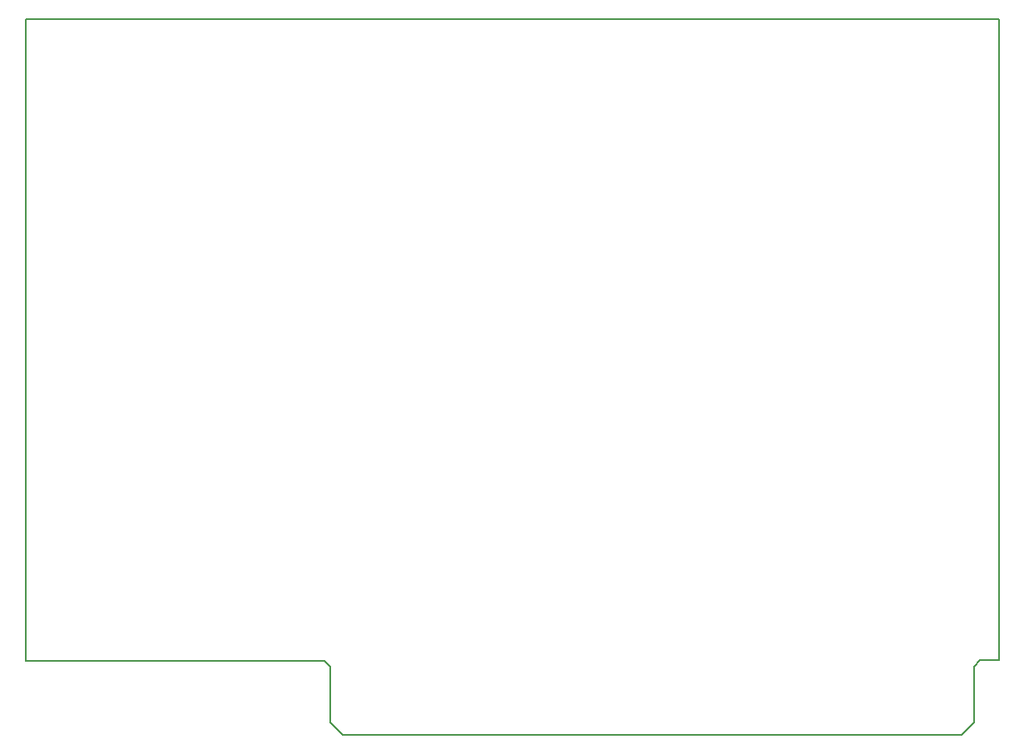
<source format=gm1>
%FSLAX25Y25*%
%MOIN*%
G70*
G01*
G75*
G04 Layer_Color=16711935*
%ADD10R,0.04331X0.05512*%
%ADD11R,0.04331X0.06693*%
%ADD12O,0.05000X0.30000*%
%ADD13C,0.02000*%
%ADD14C,0.00800*%
%ADD15C,0.00900*%
%ADD16C,0.04921*%
%ADD17R,0.04921X0.04921*%
%ADD18R,0.05906X0.05906*%
%ADD19C,0.05906*%
%ADD20C,0.05906*%
%ADD21C,0.05512*%
%ADD22R,0.05906X0.05906*%
%ADD23R,0.05906X0.05906*%
%ADD24C,0.05000*%
%ADD25O,0.03937X0.07874*%
%ADD26C,0.03000*%
%ADD27R,0.05512X0.04331*%
%ADD28C,0.01000*%
%ADD29C,0.00787*%
%ADD30C,0.00984*%
%ADD31C,0.02362*%
%ADD32C,0.00591*%
%ADD33R,0.31000X0.13000*%
%ADD34R,2.55000X0.29000*%
%ADD35R,2.59000X0.02000*%
%ADD36R,0.05131X0.06312*%
%ADD37R,0.05131X0.07493*%
%ADD38O,0.05800X0.30800*%
%ADD39C,0.05721*%
%ADD40R,0.05721X0.05721*%
%ADD41R,0.06706X0.06706*%
%ADD42C,0.06706*%
%ADD43C,0.06706*%
%ADD44C,0.06312*%
%ADD45R,0.06706X0.06706*%
%ADD46R,0.06706X0.06706*%
%ADD47C,0.05800*%
%ADD48O,0.04737X0.08674*%
%ADD49C,0.03800*%
%ADD50R,2.49000X0.27000*%
%ADD51R,0.06312X0.05131*%
D14*
X127000Y300D02*
X375100D01*
X382600Y30300D02*
X390100D01*
X0Y287400D02*
X390100D01*
X122100Y5300D02*
Y27600D01*
X380100Y5300D02*
Y27800D01*
X390100Y30300D02*
Y287400D01*
X0Y30000D02*
Y287200D01*
X375100Y300D02*
X380100Y5300D01*
Y27800D02*
X382600Y30300D01*
X122100Y5300D02*
X127100Y300D01*
X100Y30000D02*
X119700D01*
X122100Y27600D01*
M02*

</source>
